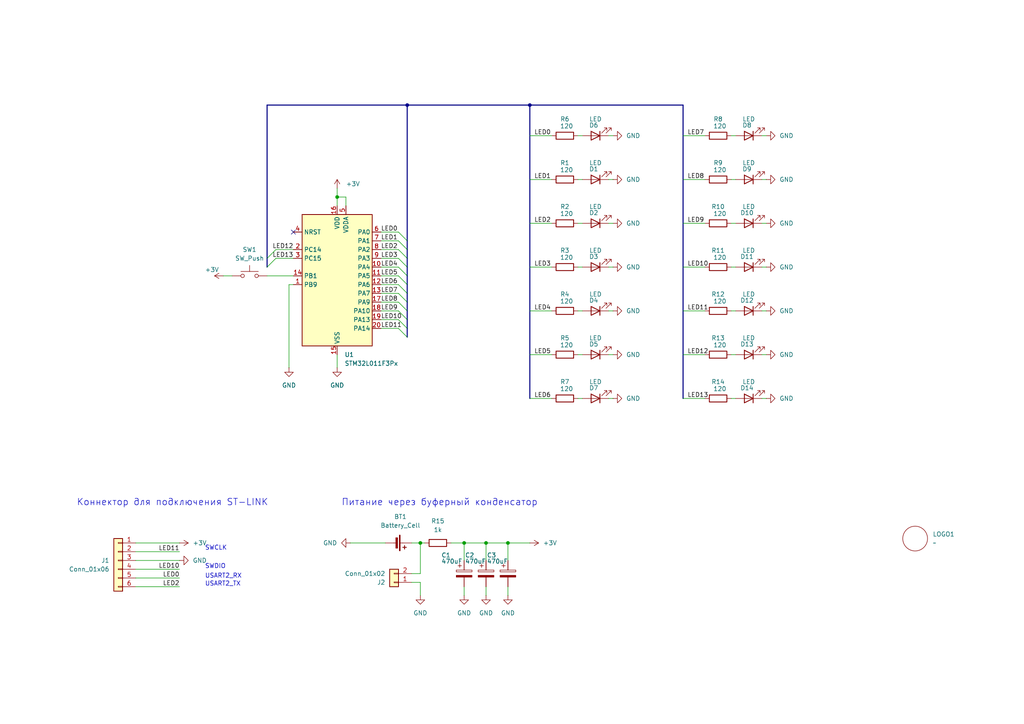
<source format=kicad_sch>
(kicad_sch (version 20250114) (generator "eeschema") (generator_version "9.0")
  (paper "A4")
  (lib_symbols
    (symbol "Connector_Generic:Conn_01x02" (pin_names (offset 1.016) (hide yes))
      (property "Reference" "J" (at 0 2.54 0))
      (property "Value" "Conn_01x02" (at 0 -5.08 0))
      (symbol "Conn_01x02_1_1"
        (rectangle (start -1.27 1.27) (end 1.27 -3.81) (stroke (width 0.254)) (fill (type background)))
        (rectangle (start -1.27 0.127) (end 0 -0.127) (stroke (width 0.1524)))
        (rectangle (start -1.27 -2.413) (end 0 -2.667) (stroke (width 0.1524)))
        (pin passive line (at -5.08 0 0) (length 3.81) (name "Pin_1") (number "1"))
        (pin passive line (at -5.08 -2.54 0) (length 3.81) (name "Pin_2") (number "2"))
      )
    )
    (symbol "Connector_Generic:Conn_01x06" (pin_names (offset 1.016) (hide yes))
      (property "Reference" "J" (at 0 7.62 0))
      (property "Value" "Conn_01x06" (at 0 -10.16 0))
      (symbol "Conn_01x06_1_1"
        (rectangle (start -1.27 6.35) (end 1.27 -8.89) (stroke (width 0.254)) (fill (type background)))
        (rectangle (start -1.27 5.207) (end 0 4.953) (stroke (width 0.1524)))
        (rectangle (start -1.27 2.667) (end 0 2.413) (stroke (width 0.1524)))
        (rectangle (start -1.27 0.127) (end 0 -0.127) (stroke (width 0.1524)))
        (rectangle (start -1.27 -2.413) (end 0 -2.667) (stroke (width 0.1524)))
        (rectangle (start -1.27 -4.953) (end 0 -5.207) (stroke (width 0.1524)))
        (rectangle (start -1.27 -7.493) (end 0 -7.747) (stroke (width 0.1524)))
        (pin passive line (at -5.08 5.08 0) (length 3.81) (name "Pin_1") (number "1"))
        (pin passive line (at -5.08 2.54 0) (length 3.81) (name "Pin_2") (number "2"))
        (pin passive line (at -5.08 0 0) (length 3.81) (name "Pin_3") (number "3"))
        (pin passive line (at -5.08 -2.54 0) (length 3.81) (name "Pin_4") (number "4"))
        (pin passive line (at -5.08 -5.08 0) (length 3.81) (name "Pin_5") (number "5"))
        (pin passive line (at -5.08 -7.62 0) (length 3.81) (name "Pin_6") (number "6"))
      )
    )
    (symbol "Device:Battery_Cell" (pin_numbers (hide yes)) (pin_names (offset 0) (hide yes))
      (property "Reference" "BT" (at 2.54 2.54 0))
      (property "Value" "Battery_Cell" (at 2.54 0 0))
      (symbol "Battery_Cell_0_1"
        (rectangle (start -2.286 1.778) (end 2.286 1.524) (fill (type outline)))
        (rectangle (start -1.524 1.016) (end 1.524 0.508) (fill (type outline)))
        (polyline (pts (xy 0 1.778) (xy 0 2.54)))
        (polyline (pts (xy 0 0.762) (xy 0 0)))
        (polyline (pts (xy 0.762 3.048) (xy 1.778 3.048)) (stroke (width 0.254)))
        (polyline (pts (xy 1.27 3.556) (xy 1.27 2.54)) (stroke (width 0.254)))
      )
      (symbol "Battery_Cell_1_1"
        (pin passive line (at 0 5.08 270) (length 2.54) (name "+") (number "1"))
        (pin passive line (at 0 -2.54 90) (length 2.54) (name "-") (number "2"))
      )
    )
    (symbol "Device:C_Polarized" (pin_numbers (hide yes)) (pin_names (offset 0.254))
      (property "Reference" "C" (at 0.635 2.54 0))
      (property "Value" "C_Polarized" (at 0.635 -2.54 0))
      (symbol "C_Polarized_0_1"
        (rectangle (start -2.286 0.508) (end 2.286 1.016))
        (polyline (pts (xy -1.778 2.286) (xy -0.762 2.286)))
        (polyline (pts (xy -1.27 2.794) (xy -1.27 1.778)))
        (rectangle (start 2.286 -0.508) (end -2.286 -1.016) (fill (type outline)))
      )
      (symbol "C_Polarized_1_1"
        (pin passive line (at 0 3.81 270) (length 2.794) (name "~") (number "1"))
        (pin passive line (at 0 -3.81 90) (length 2.794) (name "~") (number "2"))
      )
    )
    (symbol "Device:LED" (pin_numbers (hide yes)) (pin_names (offset 1.016) (hide yes))
      (property "Reference" "D" (at 0 2.54 0))
      (property "Value" "LED" (at 0 -2.54 0))
      (symbol "LED_0_1"
        (polyline (pts (xy -3.048 -0.762) (xy -4.572 -2.286) (xy -3.81 -2.286) (xy -4.572 -2.286) (xy -4.572 -1.524)))
        (polyline (pts (xy -1.778 -0.762) (xy -3.302 -2.286) (xy -2.54 -2.286) (xy -3.302 -2.286) (xy -3.302 -1.524)))
        (polyline (pts (xy -1.27 0) (xy 1.27 0)))
        (polyline (pts (xy -1.27 -1.27) (xy -1.27 1.27)) (stroke (width 0.254)))
        (polyline (pts (xy 1.27 -1.27) (xy 1.27 1.27) (xy -1.27 0) (xy 1.27 -1.27)) (stroke (width 0.254)))
      )
      (symbol "LED_1_1"
        (pin passive line (at -3.81 0 0) (length 2.54) (name "K") (number "1"))
        (pin passive line (at 3.81 0 180) (length 2.54) (name "A") (number "2"))
      )
    )
    (symbol "Device:R" (pin_numbers (hide yes)) (pin_names (offset 0))
      (property "Reference" "R" (at 2.032 0 90))
      (property "Value" "R" (at 0 0 90))
      (symbol "R_0_1"
        (rectangle (start -1.016 -2.54) (end 1.016 2.54) (stroke (width 0.254)))
      )
      (symbol "R_1_1"
        (pin passive line (at 0 3.81 270) (length 1.27) (name "~") (number "1"))
        (pin passive line (at 0 -3.81 90) (length 1.27) (name "~") (number "2"))
      )
    )
    (symbol "MCU_ST_STM32L0:STM32L011F3Px"
      (property "Reference" "U" (at -10.16 21.59 0))
      (property "Value" "STM32L011F3Px" (at 5.08 21.59 0))
      (symbol "STM32L011F3Px_0_1"
        (rectangle (start -10.16 -17.78) (end 10.16 20.32) (stroke (width 0.254)) (fill (type background)))
      )
      (symbol "STM32L011F3Px_1_1"
        (pin input line (at -12.7 15.24 0) (length 2.54) (name "NRST") (number "4"))
        (pin bidirectional line (at -12.7 10.16 0) (length 2.54) (name "PC14") (number "2"))
        (pin bidirectional line (at -12.7 7.62 0) (length 2.54) (name "PC15") (number "3"))
        (pin bidirectional line (at -12.7 2.54 0) (length 2.54) (name "PB1") (number "14"))
        (pin bidirectional line (at -12.7 0 0) (length 2.54) (name "PB9") (number "1"))
        (pin power_in line (at 0 22.86 270) (length 2.54) (name "VDD") (number "16"))
        (pin power_in line (at 0 -20.32 90) (length 2.54) (name "VSS") (number "15"))
        (pin power_in line (at 2.54 22.86 270) (length 2.54) (name "VDDA") (number "5"))
        (pin bidirectional line (at 12.7 15.24 180) (length 2.54) (name "PA0") (number "6"))
        (pin bidirectional line (at 12.7 12.7 180) (length 2.54) (name "PA1") (number "7"))
        (pin bidirectional line (at 12.7 10.16 180) (length 2.54) (name "PA2") (number "8"))
        (pin bidirectional line (at 12.7 7.62 180) (length 2.54) (name "PA3") (number "9"))
        (pin bidirectional line (at 12.7 5.08 180) (length 2.54) (name "PA4") (number "10"))
        (pin bidirectional line (at 12.7 2.54 180) (length 2.54) (name "PA5") (number "11"))
        (pin bidirectional line (at 12.7 0 180) (length 2.54) (name "PA6") (number "12"))
        (pin bidirectional line (at 12.7 -2.54 180) (length 2.54) (name "PA7") (number "13"))
        (pin bidirectional line (at 12.7 -5.08 180) (length 2.54) (name "PA9") (number "17"))
        (pin bidirectional line (at 12.7 -7.62 180) (length 2.54) (name "PA10") (number "18"))
        (pin bidirectional line (at 12.7 -10.16 180) (length 2.54) (name "PA13") (number "19"))
        (pin bidirectional line (at 12.7 -12.7 180) (length 2.54) (name "PA14") (number "20"))
      )
    )
    (symbol "Switch:SW_Push" (pin_numbers (hide yes)) (pin_names (offset 1.016) (hide yes))
      (property "Reference" "SW" (at 1.27 2.54 0))
      (property "Value" "SW_Push" (at 0 -1.524 0))
      (symbol "SW_Push_0_1"
        (circle (center -2.032 0) (radius 0.508))
        (polyline (pts (xy 0 1.27) (xy 0 3.048)))
        (circle (center 2.032 0) (radius 0.508))
        (polyline (pts (xy 2.54 1.27) (xy -2.54 1.27)))
        (pin passive line (at -5.08 0 0) (length 2.54) (name "1") (number "1"))
        (pin passive line (at 5.08 0 180) (length 2.54) (name "2") (number "2"))
      )
    )
    (symbol "cdk_logo:dummy_logo"
      (property "Reference" "LOGO" (at 0 0 0))
      (symbol "dummy_logo_0_1"
        (circle (center 0 0) (radius 3.5921))
      )
    )
    (symbol "power:+1V8" (power) (pin_numbers (hide yes)) (pin_names (offset 0) (hide yes))
      (property "Value" "+1V8" (at 0 3.556 0))
      (symbol "+1V8_0_1"
        (polyline (pts (xy -0.762 1.27) (xy 0 2.54)))
        (polyline (pts (xy 0 2.54) (xy 0.762 1.27)))
        (polyline (pts (xy 0 0) (xy 0 2.54)))
      )
      (symbol "+1V8_1_1"
        (pin power_in line (at 0 0 90) (length 0) (name "~") (number "1"))
      )
    )
    (symbol "power:GND" (power) (pin_numbers (hide yes)) (pin_names (offset 0) (hide yes))
      (property "Value" "GND" (at 0 -3.81 0))
      (symbol "GND_0_1"
        (polyline (pts (xy 0 0) (xy 0 -1.27) (xy 1.27 -1.27) (xy 0 -2.54) (xy -1.27 -1.27) (xy 0 -1.27)))
      )
      (symbol "GND_1_1"
        (pin power_in line (at 0 0 270) (length 0) (name "~") (number "1"))
      )
    )
  )
  (text "USART2_TX" (at 59.436 169.418 0) (effects (font (size 1.27 1.27)) (justify left)))
  (text "Коннектор для подключения ST-LINK" (at 50.038 145.796 0) (effects (font (size 1.905 1.905))))
  (text "SWDIO" (at 59.436 164.338 0) (effects (font (size 1.27 1.27)) (justify left)))
  (text "USART2_RX" (at 59.436 167.132 0) (effects (font (size 1.27 1.27)) (justify left)))
  (text "SWCLK" (at 59.436 159.004 0) (effects (font (size 1.27 1.27)) (justify left)))
  (text "Питание через буферный конденсатор" (at 127.508 145.796 0) (effects (font (size 1.905 1.905))))
  (junction (at 140.97 157.48))
  (junction (at 121.92 157.48))
  (junction (at 134.62 157.48))
  (junction (at 118.11 30.48))
  (junction (at 153.67 30.48))
  (junction (at 97.79 57.15))
  (junction (at 147.32 157.48))
  (no_connect (at 85.09 67.31))
  (bus_entry (at 115.57 90.17) (size 2.54 2.54))
  (bus_entry (at 115.57 72.39) (size 2.54 2.54))
  (bus_entry (at 115.57 85.09) (size 2.54 2.54))
  (bus_entry (at 115.57 87.63) (size 2.54 2.54))
  (bus_entry (at 115.57 95.25) (size 2.54 2.54))
  (bus_entry (at 80.01 74.93) (size -2.54 2.54))
  (bus_entry (at 115.57 80.01) (size 2.54 2.54))
  (bus_entry (at 115.57 69.85) (size 2.54 2.54))
  (bus_entry (at 115.57 82.55) (size 2.54 2.54))
  (bus_entry (at 115.57 77.47) (size 2.54 2.54))
  (bus_entry (at 115.57 67.31) (size 2.54 2.54))
  (bus_entry (at 115.57 74.93) (size 2.54 2.54))
  (bus_entry (at 115.57 92.71) (size 2.54 2.54))
  (bus_entry (at 80.01 72.39) (size -2.54 2.54))
  (wire (pts (xy 198.12 64.77) (xy 204.47 64.77)))
  (bus (pts (xy 153.67 30.48) (xy 198.12 30.48)))
  (wire (pts (xy 153.67 39.37) (xy 160.02 39.37)))
  (bus (pts (xy 118.11 92.71) (xy 118.11 90.17)))
  (wire (pts (xy 110.49 69.85) (xy 115.57 69.85)))
  (wire (pts (xy 176.53 64.77) (xy 177.8 64.77)))
  (wire (pts (xy 220.98 64.77) (xy 222.25 64.77)))
  (wire (pts (xy 101.6 157.48) (xy 111.76 157.48)))
  (wire (pts (xy 198.12 77.47) (xy 204.47 77.47)))
  (wire (pts (xy 220.98 39.37) (xy 222.25 39.37)))
  (wire (pts (xy 110.49 87.63) (xy 115.57 87.63)))
  (wire (pts (xy 39.37 162.56) (xy 52.07 162.56)))
  (wire (pts (xy 153.67 90.17) (xy 160.02 90.17)))
  (wire (pts (xy 97.79 54.61) (xy 97.79 57.15)))
  (wire (pts (xy 167.64 77.47) (xy 168.91 77.47)))
  (wire (pts (xy 212.09 102.87) (xy 213.36 102.87)))
  (wire (pts (xy 39.37 157.48) (xy 52.07 157.48)))
  (bus (pts (xy 198.12 30.48) (xy 198.12 115.57)))
  (wire (pts (xy 220.98 52.07) (xy 222.25 52.07)))
  (wire (pts (xy 147.32 170.18) (xy 147.32 172.72)))
  (bus (pts (xy 118.11 80.01) (xy 118.11 77.47)))
  (wire (pts (xy 176.53 115.57) (xy 177.8 115.57)))
  (bus (pts (xy 77.47 30.48) (xy 77.47 74.93)))
  (wire (pts (xy 153.67 64.77) (xy 160.02 64.77)))
  (wire (pts (xy 130.81 157.48) (xy 134.62 157.48)))
  (wire (pts (xy 121.92 157.48) (xy 123.19 157.48)))
  (wire (pts (xy 119.38 157.48) (xy 121.92 157.48)))
  (wire (pts (xy 134.62 157.48) (xy 134.62 162.56)))
  (wire (pts (xy 97.79 57.15) (xy 97.79 59.69)))
  (wire (pts (xy 80.01 74.93) (xy 85.09 74.93)))
  (wire (pts (xy 147.32 157.48) (xy 153.67 157.48)))
  (wire (pts (xy 39.37 167.64) (xy 52.07 167.64)))
  (wire (pts (xy 153.67 102.87) (xy 160.02 102.87)))
  (bus (pts (xy 153.67 30.48) (xy 153.67 115.57)))
  (wire (pts (xy 167.64 39.37) (xy 168.91 39.37)))
  (wire (pts (xy 80.01 72.39) (xy 85.09 72.39)))
  (wire (pts (xy 64.77 80.01) (xy 67.31 80.01)))
  (wire (pts (xy 110.49 90.17) (xy 115.57 90.17)))
  (bus (pts (xy 118.11 90.17) (xy 118.11 87.63)))
  (wire (pts (xy 134.62 157.48) (xy 140.97 157.48)))
  (wire (pts (xy 110.49 72.39) (xy 115.57 72.39)))
  (wire (pts (xy 39.37 160.02) (xy 52.07 160.02)))
  (wire (pts (xy 212.09 77.47) (xy 213.36 77.47)))
  (wire (pts (xy 110.49 74.93) (xy 115.57 74.93)))
  (wire (pts (xy 176.53 52.07) (xy 177.8 52.07)))
  (wire (pts (xy 212.09 52.07) (xy 213.36 52.07)))
  (wire (pts (xy 83.82 106.68) (xy 83.82 82.55)))
  (wire (pts (xy 212.09 39.37) (xy 213.36 39.37)))
  (bus (pts (xy 118.11 69.85) (xy 118.11 30.48)))
  (wire (pts (xy 110.49 95.25) (xy 115.57 95.25)))
  (wire (pts (xy 220.98 115.57) (xy 222.25 115.57)))
  (wire (pts (xy 176.53 39.37) (xy 177.8 39.37)))
  (wire (pts (xy 140.97 157.48) (xy 140.97 162.56)))
  (wire (pts (xy 147.32 157.48) (xy 147.32 162.56)))
  (wire (pts (xy 119.38 168.91) (xy 121.92 168.91)))
  (wire (pts (xy 167.64 115.57) (xy 168.91 115.57)))
  (wire (pts (xy 198.12 102.87) (xy 204.47 102.87)))
  (wire (pts (xy 220.98 102.87) (xy 222.25 102.87)))
  (wire (pts (xy 39.37 165.1) (xy 52.07 165.1)))
  (wire (pts (xy 110.49 77.47) (xy 115.57 77.47)))
  (wire (pts (xy 39.37 170.18) (xy 52.07 170.18)))
  (wire (pts (xy 167.64 52.07) (xy 168.91 52.07)))
  (wire (pts (xy 77.47 80.01) (xy 85.09 80.01)))
  (wire (pts (xy 198.12 115.57) (xy 204.47 115.57)))
  (wire (pts (xy 153.67 52.07) (xy 160.02 52.07)))
  (wire (pts (xy 119.38 166.37) (xy 121.92 166.37)))
  (wire (pts (xy 110.49 67.31) (xy 115.57 67.31)))
  (wire (pts (xy 176.53 90.17) (xy 177.8 90.17)))
  (bus (pts (xy 118.11 85.09) (xy 118.11 82.55)))
  (wire (pts (xy 167.64 90.17) (xy 168.91 90.17)))
  (wire (pts (xy 100.33 57.15) (xy 97.79 57.15)))
  (wire (pts (xy 83.82 82.55) (xy 85.09 82.55)))
  (wire (pts (xy 110.49 92.71) (xy 115.57 92.71)))
  (wire (pts (xy 100.33 59.69) (xy 100.33 57.15)))
  (wire (pts (xy 167.64 64.77) (xy 168.91 64.77)))
  (wire (pts (xy 167.64 102.87) (xy 168.91 102.87)))
  (wire (pts (xy 153.67 115.57) (xy 160.02 115.57)))
  (wire (pts (xy 140.97 157.48) (xy 147.32 157.48)))
  (wire (pts (xy 134.62 170.18) (xy 134.62 172.72)))
  (wire (pts (xy 220.98 90.17) (xy 222.25 90.17)))
  (wire (pts (xy 110.49 85.09) (xy 115.57 85.09)))
  (wire (pts (xy 97.79 102.87) (xy 97.79 106.68)))
  (bus (pts (xy 118.11 77.47) (xy 118.11 74.93)))
  (wire (pts (xy 110.49 80.01) (xy 115.57 80.01)))
  (wire (pts (xy 140.97 170.18) (xy 140.97 172.72)))
  (wire (pts (xy 198.12 39.37) (xy 204.47 39.37)))
  (bus (pts (xy 118.11 74.93) (xy 118.11 72.39)))
  (wire (pts (xy 121.92 166.37) (xy 121.92 157.48)))
  (bus (pts (xy 118.11 72.39) (xy 118.11 69.85)))
  (wire (pts (xy 176.53 77.47) (xy 177.8 77.47)))
  (wire (pts (xy 198.12 90.17) (xy 204.47 90.17)))
  (wire (pts (xy 212.09 115.57) (xy 213.36 115.57)))
  (wire (pts (xy 220.98 77.47) (xy 222.25 77.47)))
  (wire (pts (xy 176.53 102.87) (xy 177.8 102.87)))
  (bus (pts (xy 118.11 87.63) (xy 118.11 85.09)))
  (wire (pts (xy 121.92 168.91) (xy 121.92 172.72)))
  (wire (pts (xy 153.67 77.47) (xy 160.02 77.47)))
  (bus (pts (xy 118.11 30.48) (xy 153.67 30.48)))
  (wire (pts (xy 110.49 82.55) (xy 115.57 82.55)))
  (wire (pts (xy 212.09 64.77) (xy 213.36 64.77)))
  (bus (pts (xy 77.47 74.93) (xy 77.47 77.47)))
  (bus (pts (xy 118.11 82.55) (xy 118.11 80.01)))
  (bus (pts (xy 77.47 30.48) (xy 118.11 30.48)))
  (wire (pts (xy 198.12 52.07) (xy 204.47 52.07)))
  (bus (pts (xy 118.11 97.79) (xy 118.11 95.25)))
  (wire (pts (xy 212.09 90.17) (xy 213.36 90.17)))
  (bus (pts (xy 118.11 95.25) (xy 118.11 92.71)))
  (label "LED0" (at 52.07 167.64 180))
  (label "LED1" (at 154.94 52.07 0))
  (label "LED5" (at 154.94 102.87 0))
  (label "LED12" (at 85.09 72.39 180))
  (label "LED7" (at 199.39 39.37 0))
  (label "LED13" (at 85.09 74.93 180))
  (label "LED5" (at 110.49 80.01 0))
  (label "LED2" (at 154.94 64.77 0))
  (label "LED0" (at 110.49 67.31 0))
  (label "LED11" (at 52.07 160.02 180))
  (label "LED6" (at 110.49 82.55 0))
  (label "LED10" (at 199.39 77.47 0))
  (label "LED8" (at 199.39 52.07 0))
  (label "LED4" (at 154.94 90.17 0))
  (label "LED7" (at 110.49 85.09 0))
  (label "LED2" (at 110.49 72.39 0))
  (label "LED0" (at 154.94 39.37 0))
  (label "LED3" (at 154.94 77.47 0))
  (label "LED8" (at 110.49 87.63 0))
  (label "LED2" (at 52.07 170.18 180))
  (label "LED11" (at 199.39 90.17 0))
  (label "LED10" (at 110.49 92.71 0))
  (label "LED11" (at 110.49 95.25 0))
  (label "LED3" (at 110.49 74.93 0))
  (label "LED6" (at 154.94 115.57 0))
  (label "LED10" (at 52.07 165.1 180))
  (label "LED13" (at 199.39 115.57 0))
  (label "LED1" (at 110.49 69.85 0))
  (label "LED4" (at 110.49 77.47 0))
  (label "LED12" (at 199.39 102.87 0))
  (label "LED9" (at 110.49 90.17 0))
  (label "LED9" (at 199.39 64.77 0))
  (symbol (lib_id "Device:Battery_Cell") (at 114.3 157.48 270) (unit 1)
    (property "Reference" "BT1" (at 116.1415 149.86 90))
    (property "Value" "Battery_Cell" (at 116.1415 152.4 90))
    (property "Footprint" "Battery:BatteryHolder_KLS5_CR2032_01" (effects (hide yes)))
    (property "Datasheet" "https://www.chipdip.ru/product/kls5-cr2032-01-bh-642-ch224-2032-batareynyy-otsek-na-41183" (effects (hide yes)))
    (property "Description" "Single-cell battery" (effects (hide yes)))
  )
  (symbol (lib_id "Device:LED") (at 172.72 52.07 180) (unit 1)
    (property "Reference" "D1" (at 172.212 49.022 0))
    (property "Value" "LED" (at 172.72 47.244 0))
    (property "Footprint" "Diode_SMD:D_0201_0603Metric" (effects (hide yes)))
    (property "Datasheet" "https://www.chipdip.ru/product/ltst-c190kskt-lite-on-electronics-8008844944" (effects (hide yes)))
    (property "Description" "Light emitting diode" (effects (hide yes)))
    (property "Sim.Pins" "1=K 2=A" (effects (hide yes)))
  )
  (symbol (lib_id "power:GND") (at 97.79 106.68 0) (unit 1)
    (property "Reference" "#PWR01" (effects (hide yes)))
    (property "Value" "GND" (at 97.79 111.76 0))
    (property "Description" "Power symbol creates a global label with name \"GND\" , ground" (effects (hide yes)))
  )
  (symbol (lib_id "power:GND") (at 101.6 157.48 270) (unit 1)
    (property "Reference" "#PWR04" (effects (hide yes)))
    (property "Value" "GND" (at 97.79 157.4799 90) (effects (justify right)))
    (property "Description" "Power symbol creates a global label with name \"GND\" , ground" (effects (hide yes)))
  )
  (symbol (lib_id "power:GND") (at 177.8 90.17 90) (unit 1)
    (property "Reference" "#PWR08" (effects (hide yes)))
    (property "Value" "GND" (at 181.61 90.1699 90) (effects (justify right)))
    (property "Description" "Power symbol creates a global label with name \"GND\" , ground" (effects (hide yes)))
  )
  (symbol (lib_id "Switch:SW_Push") (at 72.39 80.01 0) (unit 1)
    (property "Reference" "SW1" (at 72.39 72.39 0))
    (property "Value" "SW_Push" (at 72.39 74.93 0))
    (property "Footprint" "Button_Switch_THT:SW_PUSH_6mm_H4.3mm" (effects (hide yes)))
    (property "Description" "Push button switch, generic, two pins" (effects (hide yes)))
  )
  (symbol (lib_id "Connector_Generic:Conn_01x06") (at 34.29 162.56 0) (mirror y) (unit 1)
    (property "Reference" "J1" (at 31.75 162.5599 0) (effects (justify left)))
    (property "Value" "Conn_01x06" (at 31.75 165.0999 0) (effects (justify left)))
    (property "Footprint" "Connector_PinHeader_2.00mm:PinHeader_1x06_P2.00mm_Vertical" (effects (hide yes)))
    (property "Description" "Generic connector, single row, 01x06, script generated (kicad-library-utils/schlib/autogen/connector/)" (effects (hide yes)))
  )
  (symbol (lib_id "power:GND") (at 222.25 115.57 90) (unit 1)
    (property "Reference" "#PWR018" (effects (hide yes)))
    (property "Value" "GND" (at 226.06 115.5699 90) (effects (justify right)))
    (property "Description" "Power symbol creates a global label with name \"GND\" , ground" (effects (hide yes)))
  )
  (symbol (lib_id "Device:C_Polarized") (at 134.62 166.37 0) (unit 1)
    (property "Reference" "C1" (at 128.016 161.036 0) (effects (justify left)))
    (property "Value" "470uF" (at 128.016 162.814 0) (effects (justify left)))
    (property "Footprint" "Capacitor_THT:C_Radial_D6.3mm_H7.0mm_P2.50mm" (effects (hide yes)))
    (property "Datasheet" "https://www.chipdip.ru/product/ecap-k50-35-mini-470mkf-6.3v-8x7mm-jb-capacitors-9000261777" (effects (hide yes)))
    (property "Description" "Polarized capacitor" (effects (hide yes)))
  )
  (symbol (lib_id "Device:R") (at 163.83 90.17 90) (unit 1)
    (property "Reference" "R4" (at 163.83 85.344 90))
    (property "Value" "120" (at 164.338 87.376 90))
    (property "Footprint" "Resistor_SMD:R_0201_0603Metric_1.6x0.8" (effects (hide yes)))
    (property "Datasheet" "https://www.chipdip.ru/product/0.1vt-0603-120-om-1-rc0603fr-07120rl-chip-rezistor-yageo-9000103458" (effects (hide yes)))
    (property "Description" "Resistor" (effects (hide yes)))
  )
  (symbol (lib_id "Device:R") (at 163.83 39.37 90) (unit 1)
    (property "Reference" "R6" (at 163.83 34.544 90))
    (property "Value" "120" (at 164.338 36.576 90))
    (property "Footprint" "Resistor_SMD:R_0201_0603Metric_1.6x0.8" (effects (hide yes)))
    (property "Datasheet" "https://www.chipdip.ru/product/0.1vt-0603-120-om-1-rc0603fr-07120rl-chip-rezistor-yageo-9000103458" (effects (hide yes)))
    (property "Description" "Resistor" (effects (hide yes)))
  )
  (symbol (lib_id "Device:R") (at 163.83 52.07 90) (unit 1)
    (property "Reference" "R1" (at 163.83 47.244 90))
    (property "Value" "120" (at 164.338 49.276 90))
    (property "Footprint" "Resistor_SMD:R_0201_0603Metric_1.6x0.8" (effects (hide yes)))
    (property "Datasheet" "https://www.chipdip.ru/product/0.1vt-0603-120-om-1-rc0603fr-07120rl-chip-rezistor-yageo-9000103458" (effects (hide yes)))
    (property "Description" "Resistor" (effects (hide yes)))
  )
  (symbol (lib_id "Device:R") (at 208.28 39.37 90) (unit 1)
    (property "Reference" "R8" (at 208.28 34.544 90))
    (property "Value" "120" (at 208.788 36.576 90))
    (property "Footprint" "Resistor_SMD:R_0201_0603Metric_1.6x0.8" (effects (hide yes)))
    (property "Datasheet" "https://www.chipdip.ru/product/0.1vt-0603-120-om-1-rc0603fr-07120rl-chip-rezistor-yageo-9000103458" (effects (hide yes)))
    (property "Description" "Resistor" (effects (hide yes)))
  )
  (symbol (lib_id "power:GND") (at 177.8 52.07 90) (unit 1)
    (property "Reference" "#PWR05" (effects (hide yes)))
    (property "Value" "GND" (at 181.61 52.0699 90) (effects (justify right)))
    (property "Description" "Power symbol creates a global label with name \"GND\" , ground" (effects (hide yes)))
  )
  (symbol (lib_id "power:GND") (at 177.8 39.37 90) (unit 1)
    (property "Reference" "#PWR010" (effects (hide yes)))
    (property "Value" "GND" (at 181.61 39.3699 90) (effects (justify right)))
    (property "Description" "Power symbol creates a global label with name \"GND\" , ground" (effects (hide yes)))
  )
  (symbol (lib_id "power:GND") (at 52.07 162.56 90) (unit 1)
    (property "Reference" "#PWR023" (effects (hide yes)))
    (property "Value" "GND" (at 55.88 162.5599 90) (effects (justify right)))
    (property "Description" "Power symbol creates a global label with name \"GND\" , ground" (effects (hide yes)))
  )
  (symbol (lib_id "power:GND") (at 83.82 106.68 0) (unit 1)
    (property "Reference" "#PWR020" (effects (hide yes)))
    (property "Value" "GND" (at 83.82 111.76 0))
    (property "Description" "Power symbol creates a global label with name \"GND\" , ground" (effects (hide yes)))
  )
  (symbol (lib_id "power:GND") (at 222.25 52.07 90) (unit 1)
    (property "Reference" "#PWR013" (effects (hide yes)))
    (property "Value" "GND" (at 226.06 52.0699 90) (effects (justify right)))
    (property "Description" "Power symbol creates a global label with name \"GND\" , ground" (effects (hide yes)))
  )
  (symbol (lib_id "power:GND") (at 222.25 102.87 90) (unit 1)
    (property "Reference" "#PWR017" (effects (hide yes)))
    (property "Value" "GND" (at 226.06 102.8699 90) (effects (justify right)))
    (property "Description" "Power symbol creates a global label with name \"GND\" , ground" (effects (hide yes)))
  )
  (symbol (lib_id "Connector_Generic:Conn_01x02") (at 114.3 168.91 180) (unit 1)
    (property "Reference" "J2" (at 111.76 168.9101 0) (effects (justify left)))
    (property "Value" "Conn_01x02" (at 111.76 166.3701 0) (effects (justify left)))
    (property "Footprint" "Connector_PinHeader_2.54mm:PinHeader_1x02_P2.54mm_Vertical" (effects (hide yes)))
    (property "Description" "Generic connector, single row, 01x02, script generated (kicad-library-utils/schlib/autogen/connector/)" (effects (hide yes)))
  )
  (symbol (lib_id "Device:LED") (at 172.72 90.17 180) (unit 1)
    (property "Reference" "D4" (at 172.212 87.122 0))
    (property "Value" "LED" (at 172.72 85.344 0))
    (property "Footprint" "Diode_SMD:D_0201_0603Metric" (effects (hide yes)))
    (property "Datasheet" "https://www.chipdip.ru/product/ltst-c190kskt-lite-on-electronics-8008844944" (effects (hide yes)))
    (property "Description" "Light emitting diode" (effects (hide yes)))
    (property "Sim.Pins" "1=K 2=A" (effects (hide yes)))
  )
  (symbol (lib_id "power:GND") (at 121.92 172.72 0) (unit 1)
    (property "Reference" "#PWR021" (effects (hide yes)))
    (property "Value" "GND" (at 121.92 177.8 0))
    (property "Description" "Power symbol creates a global label with name \"GND\" , ground" (effects (hide yes)))
  )
  (symbol (lib_id "Device:R") (at 163.83 115.57 90) (unit 1)
    (property "Reference" "R7" (at 163.83 110.744 90))
    (property "Value" "120" (at 164.338 112.776 90))
    (property "Footprint" "Resistor_SMD:R_0201_0603Metric_1.6x0.8" (effects (hide yes)))
    (property "Datasheet" "https://www.chipdip.ru/product/0.1vt-0603-120-om-1-rc0603fr-07120rl-chip-rezistor-yageo-9000103458" (effects (hide yes)))
    (property "Description" "Resistor" (effects (hide yes)))
  )
  (symbol (lib_id "power:GND") (at 177.8 115.57 90) (unit 1)
    (property "Reference" "#PWR011" (effects (hide yes)))
    (property "Value" "GND" (at 181.61 115.5699 90) (effects (justify right)))
    (property "Description" "Power symbol creates a global label with name \"GND\" , ground" (effects (hide yes)))
  )
  (symbol (lib_id "Device:R") (at 208.28 90.17 90) (unit 1)
    (property "Reference" "R12" (at 208.28 85.344 90))
    (property "Value" "120" (at 208.788 87.376 90))
    (property "Footprint" "Resistor_SMD:R_0201_0603Metric_1.6x0.8" (effects (hide yes)))
    (property "Datasheet" "https://www.chipdip.ru/product/0.1vt-0603-120-om-1-rc0603fr-07120rl-chip-rezistor-yageo-9000103458" (effects (hide yes)))
    (property "Description" "Resistor" (effects (hide yes)))
  )
  (symbol (lib_id "power:GND") (at 147.32 172.72 0) (unit 1)
    (property "Reference" "#PWR026" (effects (hide yes)))
    (property "Value" "GND" (at 147.32 177.8 0))
    (property "Description" "Power symbol creates a global label with name \"GND\" , ground" (effects (hide yes)))
  )
  (symbol (lib_id "power:GND") (at 177.8 77.47 90) (unit 1)
    (property "Reference" "#PWR07" (effects (hide yes)))
    (property "Value" "GND" (at 181.61 77.4699 90) (effects (justify right)))
    (property "Description" "Power symbol creates a global label with name \"GND\" , ground" (effects (hide yes)))
  )
  (symbol (lib_id "power:GND") (at 222.25 64.77 90) (unit 1)
    (property "Reference" "#PWR014" (effects (hide yes)))
    (property "Value" "GND" (at 226.06 64.7699 90) (effects (justify right)))
    (property "Description" "Power symbol creates a global label with name \"GND\" , ground" (effects (hide yes)))
  )
  (symbol (lib_id "Device:LED") (at 172.72 102.87 180) (unit 1)
    (property "Reference" "D5" (at 172.212 99.822 0))
    (property "Value" "LED" (at 172.72 98.044 0))
    (property "Footprint" "Diode_SMD:D_0201_0603Metric" (effects (hide yes)))
    (property "Datasheet" "https://www.chipdip.ru/product/ltst-c190kskt-lite-on-electronics-8008844944" (effects (hide yes)))
    (property "Description" "Light emitting diode" (effects (hide yes)))
    (property "Sim.Pins" "1=K 2=A" (effects (hide yes)))
  )
  (symbol (lib_id "Device:LED") (at 172.72 77.47 180) (unit 1)
    (property "Reference" "D3" (at 172.212 74.422 0))
    (property "Value" "LED" (at 172.72 72.644 0))
    (property "Footprint" "Diode_SMD:D_0201_0603Metric" (effects (hide yes)))
    (property "Datasheet" "https://www.chipdip.ru/product/ltst-c190kskt-lite-on-electronics-8008844944" (effects (hide yes)))
    (property "Description" "Light emitting diode" (effects (hide yes)))
    (property "Sim.Pins" "1=K 2=A" (effects (hide yes)))
  )
  (symbol (lib_id "power:GND") (at 222.25 77.47 90) (unit 1)
    (property "Reference" "#PWR015" (effects (hide yes)))
    (property "Value" "GND" (at 226.06 77.4699 90) (effects (justify right)))
    (property "Description" "Power symbol creates a global label with name \"GND\" , ground" (effects (hide yes)))
  )
  (symbol (lib_id "Device:R") (at 163.83 64.77 90) (unit 1)
    (property "Reference" "R2" (at 163.83 59.944 90))
    (property "Value" "120" (at 164.338 61.976 90))
    (property "Footprint" "Resistor_SMD:R_0201_0603Metric_1.6x0.8" (effects (hide yes)))
    (property "Datasheet" "https://www.chipdip.ru/product/0.1vt-0603-120-om-1-rc0603fr-07120rl-chip-rezistor-yageo-9000103458" (effects (hide yes)))
    (property "Description" "Resistor" (effects (hide yes)))
  )
  (symbol (lib_id "Device:LED") (at 172.72 39.37 180) (unit 1)
    (property "Reference" "D6" (at 172.212 36.322 0))
    (property "Value" "LED" (at 172.72 34.544 0))
    (property "Footprint" "Diode_SMD:D_0201_0603Metric" (effects (hide yes)))
    (property "Datasheet" "https://www.chipdip.ru/product/ltst-c190kskt-lite-on-electronics-8008844944" (effects (hide yes)))
    (property "Description" "Light emitting diode" (effects (hide yes)))
    (property "Sim.Pins" "1=K 2=A" (effects (hide yes)))
  )
  (symbol (lib_id "power:GND") (at 222.25 90.17 90) (unit 1)
    (property "Reference" "#PWR016" (effects (hide yes)))
    (property "Value" "GND" (at 226.06 90.1699 90) (effects (justify right)))
    (property "Description" "Power symbol creates a global label with name \"GND\" , ground" (effects (hide yes)))
  )
  (symbol (lib_id "Device:R") (at 127 157.48 90) (unit 1)
    (property "Reference" "R15" (at 127 151.13 90))
    (property "Value" "1k" (at 127 153.67 90))
    (property "Footprint" "Resistor_SMD:R_0201_0603Metric_1.6x0.8" (effects (hide yes)))
    (property "Datasheet" "https://www.chipdip.ru/product/0.1vt-0603-1-kom-rc0603fr-071kl-chip-rezistor-smd-yageo-9000176519" (effects (hide yes)))
    (property "Description" "Resistor" (effects (hide yes)))
  )
  (symbol (lib_id "power:+1V8") (at 52.07 157.48 270) (unit 1)
    (property "Reference" "#PWR022" (effects (hide yes)))
    (property "Value" "+3V" (at 55.88 157.4799 90) (effects (justify left)))
    (property "Description" "Power symbol creates a global label with name \"+1V8\"" (effects (hide yes)))
  )
  (symbol (lib_id "Device:R") (at 163.83 102.87 90) (unit 1)
    (property "Reference" "R5" (at 163.83 98.044 90))
    (property "Value" "120" (at 164.338 100.076 90))
    (property "Footprint" "Resistor_SMD:R_0201_0603Metric_1.6x0.8" (effects (hide yes)))
    (property "Datasheet" "https://www.chipdip.ru/product/0.1vt-0603-120-om-1-rc0603fr-07120rl-chip-rezistor-yageo-9000103458" (effects (hide yes)))
    (property "Description" "Resistor" (effects (hide yes)))
  )
  (symbol (lib_id "Device:LED") (at 172.72 115.57 180) (unit 1)
    (property "Reference" "D7" (at 172.212 112.522 0))
    (property "Value" "LED" (at 172.72 110.744 0))
    (property "Footprint" "Diode_SMD:D_0201_0603Metric" (effects (hide yes)))
    (property "Datasheet" "https://www.chipdip.ru/product/ltst-c190kskt-lite-on-electronics-8008844944" (effects (hide yes)))
    (property "Description" "Light emitting diode" (effects (hide yes)))
    (property "Sim.Pins" "1=K 2=A" (effects (hide yes)))
  )
  (symbol (lib_id "power:GND") (at 140.97 172.72 0) (unit 1)
    (property "Reference" "#PWR025" (effects (hide yes)))
    (property "Value" "GND" (at 140.97 177.8 0))
    (property "Description" "Power symbol creates a global label with name \"GND\" , ground" (effects (hide yes)))
  )
  (symbol (lib_id "Device:LED") (at 217.17 77.47 180) (unit 1)
    (property "Reference" "D11" (at 216.662 74.422 0))
    (property "Value" "LED" (at 217.17 72.644 0))
    (property "Footprint" "Diode_SMD:D_0201_0603Metric" (effects (hide yes)))
    (property "Datasheet" "https://www.chipdip.ru/product/ltst-c190kskt-lite-on-electronics-8008844944" (effects (hide yes)))
    (property "Description" "Light emitting diode" (effects (hide yes)))
    (property "Sim.Pins" "1=K 2=A" (effects (hide yes)))
  )
  (symbol (lib_id "Device:LED") (at 217.17 102.87 180) (unit 1)
    (property "Reference" "D13" (at 216.662 99.822 0))
    (property "Value" "LED" (at 217.17 98.044 0))
    (property "Footprint" "Diode_SMD:D_0201_0603Metric" (effects (hide yes)))
    (property "Datasheet" "https://www.chipdip.ru/product/ltst-c190kskt-lite-on-electronics-8008844944" (effects (hide yes)))
    (property "Description" "Light emitting diode" (effects (hide yes)))
    (property "Sim.Pins" "1=K 2=A" (effects (hide yes)))
  )
  (symbol (lib_id "Device:LED") (at 217.17 115.57 180) (unit 1)
    (property "Reference" "D14" (at 216.662 112.522 0))
    (property "Value" "LED" (at 217.17 110.744 0))
    (property "Footprint" "Diode_SMD:D_0201_0603Metric" (effects (hide yes)))
    (property "Datasheet" "https://www.chipdip.ru/product/ltst-c190kskt-lite-on-electronics-8008844944" (effects (hide yes)))
    (property "Description" "Light emitting diode" (effects (hide yes)))
    (property "Sim.Pins" "1=K 2=A" (effects (hide yes)))
  )
  (symbol (lib_id "Device:LED") (at 217.17 90.17 180) (unit 1)
    (property "Reference" "D12" (at 216.662 87.122 0))
    (property "Value" "LED" (at 217.17 85.344 0))
    (property "Footprint" "Diode_SMD:D_0201_0603Metric" (effects (hide yes)))
    (property "Datasheet" "https://www.chipdip.ru/product/ltst-c190kskt-lite-on-electronics-8008844944" (effects (hide yes)))
    (property "Description" "Light emitting diode" (effects (hide yes)))
    (property "Sim.Pins" "1=K 2=A" (effects (hide yes)))
  )
  (symbol (lib_id "Device:R") (at 208.28 52.07 90) (unit 1)
    (property "Reference" "R9" (at 208.28 47.244 90))
    (property "Value" "120" (at 208.788 49.276 90))
    (property "Footprint" "Resistor_SMD:R_0201_0603Metric_1.6x0.8" (effects (hide yes)))
    (property "Datasheet" "https://www.chipdip.ru/product/0.1vt-0603-120-om-1-rc0603fr-07120rl-chip-rezistor-yageo-9000103458" (effects (hide yes)))
    (property "Description" "Resistor" (effects (hide yes)))
  )
  (symbol (lib_id "Device:R") (at 208.28 115.57 90) (unit 1)
    (property "Reference" "R14" (at 208.28 110.744 90))
    (property "Value" "120" (at 208.788 112.776 90))
    (property "Footprint" "Resistor_SMD:R_0201_0603Metric_1.6x0.8" (effects (hide yes)))
    (property "Datasheet" "https://www.chipdip.ru/product/0.1vt-0603-120-om-1-rc0603fr-07120rl-chip-rezistor-yageo-9000103458" (effects (hide yes)))
    (property "Description" "Resistor" (effects (hide yes)))
  )
  (symbol (lib_id "power:GND") (at 134.62 172.72 0) (unit 1)
    (property "Reference" "#PWR019" (effects (hide yes)))
    (property "Value" "GND" (at 134.62 177.8 0))
    (property "Description" "Power symbol creates a global label with name \"GND\" , ground" (effects (hide yes)))
  )
  (symbol (lib_id "Device:C_Polarized") (at 147.32 166.37 0) (unit 1)
    (property "Reference" "C3" (at 141.224 161.036 0) (effects (justify left)))
    (property "Value" "470uF" (at 141.224 162.814 0) (effects (justify left)))
    (property "Footprint" "Capacitor_THT:C_Radial_D6.3mm_H7.0mm_P2.50mm" (effects (hide yes)))
    (property "Datasheet" "https://www.chipdip.ru/product/ecap-k50-35-mini-470mkf-6.3v-8x7mm-jb-capacitors-9000261777" (effects (hide yes)))
    (property "Description" "Polarized capacitor" (effects (hide yes)))
  )
  (symbol (lib_id "MCU_ST_STM32L0:STM32L011F3Px") (at 97.79 82.55 0) (unit 1)
    (property "Reference" "U1" (at 99.9333 102.87 0) (effects (justify left)))
    (property "Value" "STM32L011F3Px" (at 99.9333 105.41 0) (effects (justify left)))
    (property "Footprint" "Package_SO:TSSOP-20_4.4x6.5mm_P0.65mm" (effects (hide yes)))
    (property "Datasheet" "https://www.st.com/resource/en/datasheet/stm32l011f3.pdf" (effects (hide yes)))
    (property "Description" "STMicroelectronics Arm Cortex-M0+ MCU, 8KB flash, 2KB RAM, 32 MHz, 1.65-3.6V, 16 GPIO, TSSOP20" (effects (hide yes)))
  )
  (symbol (lib_id "Device:R") (at 208.28 102.87 90) (unit 1)
    (property "Reference" "R13" (at 208.28 98.044 90))
    (property "Value" "120" (at 208.788 100.076 90))
    (property "Footprint" "Resistor_SMD:R_0201_0603Metric_1.6x0.8" (effects (hide yes)))
    (property "Datasheet" "https://www.chipdip.ru/product/0.1vt-0603-120-om-1-rc0603fr-07120rl-chip-rezistor-yageo-9000103458" (effects (hide yes)))
    (property "Description" "Resistor" (effects (hide yes)))
  )
  (symbol (lib_id "power:GND") (at 222.25 39.37 90) (unit 1)
    (property "Reference" "#PWR012" (effects (hide yes)))
    (property "Value" "GND" (at 226.06 39.3699 90) (effects (justify right)))
    (property "Description" "Power symbol creates a global label with name \"GND\" , ground" (effects (hide yes)))
  )
  (symbol (lib_id "Device:C_Polarized") (at 140.97 166.37 0) (unit 1)
    (property "Reference" "C2" (at 134.874 161.036 0) (effects (justify left)))
    (property "Value" "470uF" (at 134.874 162.814 0) (effects (justify left)))
    (property "Footprint" "Capacitor_THT:C_Radial_D6.3mm_H7.0mm_P2.50mm" (effects (hide yes)))
    (property "Datasheet" "https://www.chipdip.ru/product/ecap-k50-35-mini-470mkf-6.3v-8x7mm-jb-capacitors-9000261777" (effects (hide yes)))
    (property "Description" "Polarized capacitor" (effects (hide yes)))
  )
  (symbol (lib_id "power:+1V8") (at 153.67 157.48 270) (unit 1)
    (property "Reference" "#PWR03" (effects (hide yes)))
    (property "Value" "+3V" (at 157.48 157.4799 90) (effects (justify left)))
    (property "Description" "Power symbol creates a global label with name \"+1V8\"" (effects (hide yes)))
  )
  (symbol (lib_id "power:GND") (at 177.8 64.77 90) (unit 1)
    (property "Reference" "#PWR06" (effects (hide yes)))
    (property "Value" "GND" (at 181.61 64.7699 90) (effects (justify right)))
    (property "Description" "Power symbol creates a global label with name \"GND\" , ground" (effects (hide yes)))
  )
  (symbol (lib_id "Device:LED") (at 217.17 52.07 180) (unit 1)
    (property "Reference" "D9" (at 216.662 49.022 0))
    (property "Value" "LED" (at 217.17 47.244 0))
    (property "Footprint" "Diode_SMD:D_0201_0603Metric" (effects (hide yes)))
    (property "Datasheet" "https://www.chipdip.ru/product/ltst-c190kskt-lite-on-electronics-8008844944" (effects (hide yes)))
    (property "Description" "Light emitting diode" (effects (hide yes)))
    (property "Sim.Pins" "1=K 2=A" (effects (hide yes)))
  )
  (symbol (lib_id "cdk_logo:dummy_logo") (at 265.43 156.21 0) (unit 1)
    (property "Reference" "LOGO1" (at 270.51 154.9399 0) (effects (justify left)))
    (property "Value" "~" (at 270.51 157.4799 0) (effects (justify left)))
    (property "Footprint" "Symbol:cdk_logo_6x6mm" (effects (hide yes)))
  )
  (symbol (lib_id "power:GND") (at 177.8 102.87 90) (unit 1)
    (property "Reference" "#PWR09" (effects (hide yes)))
    (property "Value" "GND" (at 181.61 102.8699 90) (effects (justify right)))
    (property "Description" "Power symbol creates a global label with name \"GND\" , ground" (effects (hide yes)))
  )
  (symbol (lib_id "Device:R") (at 208.28 77.47 90) (unit 1)
    (property "Reference" "R11" (at 208.28 72.644 90))
    (property "Value" "120" (at 208.788 74.676 90))
    (property "Footprint" "Resistor_SMD:R_0201_0603Metric_1.6x0.8" (effects (hide yes)))
    (property "Datasheet" "https://www.chipdip.ru/product/0.1vt-0603-120-om-1-rc0603fr-07120rl-chip-rezistor-yageo-9000103458" (effects (hide yes)))
    (property "Description" "Resistor" (effects (hide yes)))
  )
  (symbol (lib_id "Device:LED") (at 217.17 39.37 180) (unit 1)
    (property "Reference" "D8" (at 216.662 36.322 0))
    (property "Value" "LED" (at 217.17 34.544 0))
    (property "Footprint" "Diode_SMD:D_0201_0603Metric" (effects (hide yes)))
    (property "Datasheet" "https://www.chipdip.ru/product/ltst-c190kskt-lite-on-electronics-8008844944" (effects (hide yes)))
    (property "Description" "Light emitting diode" (effects (hide yes)))
    (property "Sim.Pins" "1=K 2=A" (effects (hide yes)))
  )
  (symbol (lib_id "power:+1V8") (at 64.77 80.01 90) (unit 1)
    (property "Reference" "#PWR024" (effects (hide yes)))
    (property "Value" "+3V" (at 61.468 78.232 90))
    (property "Description" "Power symbol creates a global label with name \"+1V8\"" (effects (hide yes)))
  )
  (symbol (lib_id "Device:R") (at 208.28 64.77 90) (unit 1)
    (property "Reference" "R10" (at 208.28 59.944 90))
    (property "Value" "120" (at 208.788 61.976 90))
    (property "Footprint" "Resistor_SMD:R_0201_0603Metric_1.6x0.8" (effects (hide yes)))
    (property "Datasheet" "https://www.chipdip.ru/product/0.1vt-0603-120-om-1-rc0603fr-07120rl-chip-rezistor-yageo-9000103458" (effects (hide yes)))
    (property "Description" "Resistor" (effects (hide yes)))
  )
  (symbol (lib_id "Device:R") (at 163.83 77.47 90) (unit 1)
    (property "Reference" "R3" (at 163.83 72.644 90))
    (property "Value" "120" (at 164.338 74.676 90))
    (property "Footprint" "Resistor_SMD:R_0201_0603Metric_1.6x0.8" (effects (hide yes)))
    (property "Datasheet" "https://www.chipdip.ru/product/0.1vt-0603-120-om-1-rc0603fr-07120rl-chip-rezistor-yageo-9000103458" (effects (hide yes)))
    (property "Description" "Resistor" (effects (hide yes)))
  )
  (symbol (lib_id "Device:LED") (at 217.17 64.77 180) (unit 1)
    (property "Reference" "D10" (at 216.662 61.722 0))
    (property "Value" "LED" (at 217.17 59.944 0))
    (property "Footprint" "Diode_SMD:D_0201_0603Metric" (effects (hide yes)))
    (property "Datasheet" "https://www.chipdip.ru/product/ltst-c190kskt-lite-on-electronics-8008844944" (effects (hide yes)))
    (property "Description" "Light emitting diode" (effects (hide yes)))
    (property "Sim.Pins" "1=K 2=A" (effects (hide yes)))
  )
  (symbol (lib_id "power:+1V8") (at 97.79 54.61 0) (unit 1)
    (property "Reference" "#PWR02" (effects (hide yes)))
    (property "Value" "+3V" (at 100.33 53.3399 0) (effects (justify left)))
    (property "Description" "Power symbol creates a global label with name \"+1V8\"" (effects (hide yes)))
  )
  (symbol (lib_id "Device:LED") (at 172.72 64.77 180) (unit 1)
    (property "Reference" "D2" (at 172.212 61.722 0))
    (property "Value" "LED" (at 172.72 59.944 0))
    (property "Footprint" "Diode_SMD:D_0201_0603Metric" (effects (hide yes)))
    (property "Datasheet" "https://www.chipdip.ru/product/ltst-c190kskt-lite-on-electronics-8008844944" (effects (hide yes)))
    (property "Description" "Light emitting diode" (effects (hide yes)))
    (property "Sim.Pins" "1=K 2=A" (effects (hide yes)))
  )
)
</source>
